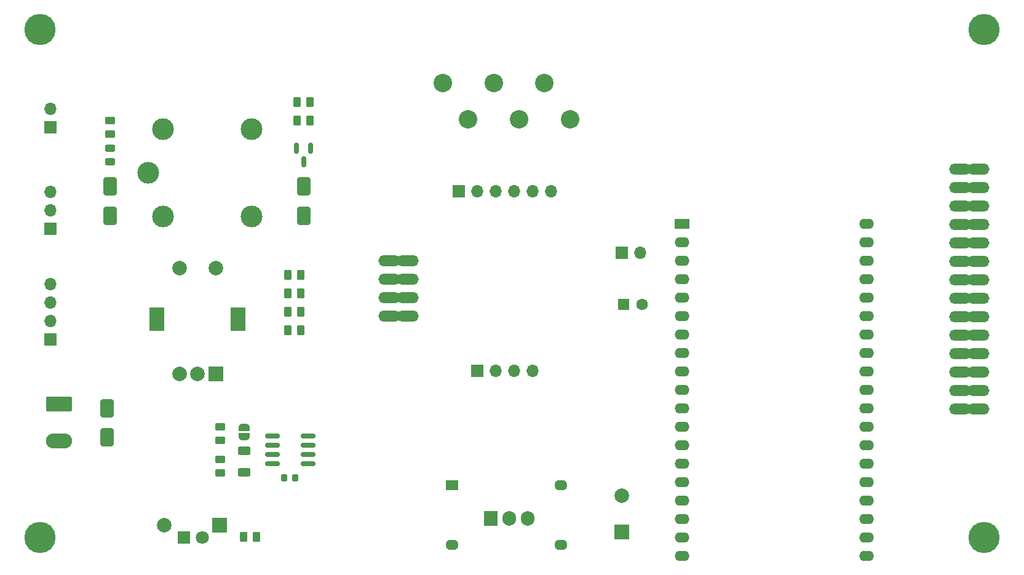
<source format=gbr>
%TF.GenerationSoftware,KiCad,Pcbnew,7.0.1*%
%TF.CreationDate,2025-02-05T10:50:57+01:00*%
%TF.ProjectId,mangiatoia,6d616e67-6961-4746-9f69-612e6b696361,1.1*%
%TF.SameCoordinates,Original*%
%TF.FileFunction,Soldermask,Top*%
%TF.FilePolarity,Negative*%
%FSLAX46Y46*%
G04 Gerber Fmt 4.6, Leading zero omitted, Abs format (unit mm)*
G04 Created by KiCad (PCBNEW 7.0.1) date 2025-02-05 10:50:57*
%MOMM*%
%LPD*%
G01*
G04 APERTURE LIST*
G04 Aperture macros list*
%AMRoundRect*
0 Rectangle with rounded corners*
0 $1 Rounding radius*
0 $2 $3 $4 $5 $6 $7 $8 $9 X,Y pos of 4 corners*
0 Add a 4 corners polygon primitive as box body*
4,1,4,$2,$3,$4,$5,$6,$7,$8,$9,$2,$3,0*
0 Add four circle primitives for the rounded corners*
1,1,$1+$1,$2,$3*
1,1,$1+$1,$4,$5*
1,1,$1+$1,$6,$7*
1,1,$1+$1,$8,$9*
0 Add four rect primitives between the rounded corners*
20,1,$1+$1,$2,$3,$4,$5,0*
20,1,$1+$1,$4,$5,$6,$7,0*
20,1,$1+$1,$6,$7,$8,$9,0*
20,1,$1+$1,$8,$9,$2,$3,0*%
%AMFreePoly0*
4,1,19,0.500000,-0.750000,0.000000,-0.750000,0.000000,-0.744911,-0.071157,-0.744911,-0.207708,-0.704816,-0.327430,-0.627875,-0.420627,-0.520320,-0.479746,-0.390866,-0.500000,-0.250000,-0.500000,0.250000,-0.479746,0.390866,-0.420627,0.520320,-0.327430,0.627875,-0.207708,0.704816,-0.071157,0.744911,0.000000,0.744911,0.000000,0.750000,0.500000,0.750000,0.500000,-0.750000,0.500000,-0.750000,
$1*%
%AMFreePoly1*
4,1,19,0.000000,0.744911,0.071157,0.744911,0.207708,0.704816,0.327430,0.627875,0.420627,0.520320,0.479746,0.390866,0.500000,0.250000,0.500000,-0.250000,0.479746,-0.390866,0.420627,-0.520320,0.327430,-0.627875,0.207708,-0.704816,0.071157,-0.744911,0.000000,-0.744911,0.000000,-0.750000,-0.500000,-0.750000,-0.500000,0.750000,0.000000,0.750000,0.000000,0.744911,0.000000,0.744911,
$1*%
G04 Aperture macros list end*
%ADD10R,2.000000X2.000000*%
%ADD11C,2.000000*%
%ADD12R,1.700000X1.700000*%
%ADD13O,1.700000X1.700000*%
%ADD14RoundRect,0.225000X-0.225000X-0.250000X0.225000X-0.250000X0.225000X0.250000X-0.225000X0.250000X0*%
%ADD15C,3.000000*%
%ADD16C,2.540000*%
%ADD17FreePoly0,270.000000*%
%ADD18FreePoly1,270.000000*%
%ADD19RoundRect,0.250000X0.650000X-1.000000X0.650000X1.000000X-0.650000X1.000000X-0.650000X-1.000000X0*%
%ADD20RoundRect,0.243750X-0.456250X0.243750X-0.456250X-0.243750X0.456250X-0.243750X0.456250X0.243750X0*%
%ADD21RoundRect,0.250000X-0.262500X-0.450000X0.262500X-0.450000X0.262500X0.450000X-0.262500X0.450000X0*%
%ADD22RoundRect,0.250000X-0.625000X0.312500X-0.625000X-0.312500X0.625000X-0.312500X0.625000X0.312500X0*%
%ADD23RoundRect,0.250000X-0.450000X0.262500X-0.450000X-0.262500X0.450000X-0.262500X0.450000X0.262500X0*%
%ADD24C,4.300000*%
%ADD25RoundRect,0.250000X0.262500X0.450000X-0.262500X0.450000X-0.262500X-0.450000X0.262500X-0.450000X0*%
%ADD26RoundRect,0.150000X0.825000X0.150000X-0.825000X0.150000X-0.825000X-0.150000X0.825000X-0.150000X0*%
%ADD27R,1.800000X1.400000*%
%ADD28O,1.800000X1.400000*%
%ADD29R,1.600000X1.600000*%
%ADD30C,1.600000*%
%ADD31R,1.905000X2.000000*%
%ADD32O,1.905000X2.000000*%
%ADD33RoundRect,0.150000X-0.150000X0.587500X-0.150000X-0.587500X0.150000X-0.587500X0.150000X0.587500X0*%
%ADD34RoundRect,0.249999X-1.550001X0.790001X-1.550001X-0.790001X1.550001X-0.790001X1.550001X0.790001X0*%
%ADD35O,3.600000X2.080000*%
%ADD36R,2.000000X1.400000*%
%ADD37O,2.000000X1.400000*%
%ADD38O,3.000000X1.500000*%
%ADD39R,2.000000X3.200000*%
%ADD40R,1.800000X1.800000*%
%ADD41C,1.800000*%
G04 APERTURE END LIST*
D10*
%TO.C,BZ1*%
X99748000Y-118364000D03*
D11*
X92148000Y-118364000D03*
%TD*%
D12*
%TO.C,J6*%
X132705000Y-72390000D03*
D13*
X135245000Y-72390000D03*
X137785000Y-72390000D03*
X140325000Y-72390000D03*
X142865000Y-72390000D03*
X145405000Y-72390000D03*
%TD*%
D14*
%TO.C,C3*%
X108635000Y-111855000D03*
X110185000Y-111855000D03*
%TD*%
D15*
%TO.C,K1*%
X89930000Y-69850000D03*
X104130000Y-63850000D03*
X104130000Y-75850000D03*
X91930000Y-75850000D03*
X91930000Y-63850000D03*
%TD*%
D16*
%TO.C,J7*%
X147982000Y-62531000D03*
X144482000Y-57531000D03*
X140982000Y-62531000D03*
X137482000Y-57531000D03*
X133982000Y-62531000D03*
X130482000Y-57531000D03*
%TD*%
D12*
%TO.C,J2*%
X76422500Y-92795000D03*
D13*
X76422500Y-90255000D03*
X76422500Y-87715000D03*
X76422500Y-85175000D03*
%TD*%
D17*
%TO.C,JP2*%
X103125000Y-104916500D03*
D18*
X103125000Y-106216500D03*
%TD*%
D19*
%TO.C,D2*%
X111315000Y-75755000D03*
X111315000Y-71755000D03*
%TD*%
D20*
%TO.C,DL2*%
X84645000Y-66467500D03*
X84645000Y-68342500D03*
%TD*%
D21*
%TO.C,R11*%
X109132500Y-91535000D03*
X110957500Y-91535000D03*
%TD*%
D10*
%TO.C,C2*%
X155130000Y-119302677D03*
D11*
X155130000Y-114302677D03*
%TD*%
D22*
%TO.C,R1*%
X103125000Y-108168000D03*
X103125000Y-111093000D03*
%TD*%
D23*
%TO.C,R2*%
X99823000Y-104846500D03*
X99823000Y-106671500D03*
%TD*%
D21*
%TO.C,R5*%
X103026500Y-120015000D03*
X104851500Y-120015000D03*
%TD*%
D19*
%TO.C,D3*%
X84645000Y-75755000D03*
X84645000Y-71755000D03*
%TD*%
D24*
%TO.C,H4*%
X205030000Y-120095000D03*
%TD*%
D25*
%TO.C,R4*%
X112227500Y-60117500D03*
X110402500Y-60117500D03*
%TD*%
D24*
%TO.C,H1*%
X75030000Y-50095000D03*
%TD*%
D25*
%TO.C,R6*%
X112227500Y-62657500D03*
X110402500Y-62657500D03*
%TD*%
D19*
%TO.C,D1*%
X84254000Y-106267000D03*
X84254000Y-102267000D03*
%TD*%
D21*
%TO.C,R10*%
X109132500Y-88995000D03*
X110957500Y-88995000D03*
%TD*%
%TO.C,R7*%
X109132500Y-83915000D03*
X110957500Y-83915000D03*
%TD*%
D26*
%TO.C,U4*%
X111950000Y-109950000D03*
X111950000Y-108680000D03*
X111950000Y-107410000D03*
X111950000Y-106140000D03*
X107000000Y-106140000D03*
X107000000Y-107410000D03*
X107000000Y-108680000D03*
X107000000Y-109950000D03*
%TD*%
D27*
%TO.C,U3*%
X131755000Y-112903000D03*
D28*
X131755000Y-121103000D03*
X146755000Y-112903000D03*
X146755000Y-121103000D03*
%TD*%
D21*
%TO.C,R9*%
X109132500Y-86455000D03*
X110957500Y-86455000D03*
%TD*%
D12*
%TO.C,J4*%
X76422500Y-63595000D03*
D13*
X76422500Y-61055000D03*
%TD*%
D23*
%TO.C,R8*%
X84645000Y-62682500D03*
X84645000Y-64507500D03*
%TD*%
D29*
%TO.C,C1*%
X155374000Y-88011000D03*
D30*
X157874000Y-88011000D03*
%TD*%
D31*
%TO.C,U5*%
X137086000Y-117475000D03*
D32*
X139626000Y-117475000D03*
X142166000Y-117475000D03*
%TD*%
D24*
%TO.C,H2*%
X205030000Y-50095000D03*
%TD*%
D33*
%TO.C,Q1*%
X112265000Y-66467500D03*
X110365000Y-66467500D03*
X111315000Y-68342500D03*
%TD*%
D12*
%TO.C,J3*%
X76422500Y-77550000D03*
D13*
X76422500Y-75010000D03*
X76422500Y-72470000D03*
%TD*%
D24*
%TO.C,H3*%
X75030000Y-120095000D03*
%TD*%
D34*
%TO.C,J1*%
X77660000Y-101695000D03*
D35*
X77660000Y-106775000D03*
%TD*%
D36*
%TO.C,U1*%
X163385000Y-76930000D03*
D37*
X163385000Y-79470000D03*
X163385000Y-82010000D03*
X163385000Y-84550000D03*
X163385000Y-87090000D03*
X163385000Y-89630000D03*
X163385000Y-92170000D03*
X163385000Y-94710000D03*
X163385000Y-97250000D03*
X163385000Y-99790000D03*
X163385000Y-102330000D03*
X163385000Y-104870000D03*
X163385000Y-107410000D03*
X163385000Y-109950000D03*
X163385000Y-112490000D03*
X163385000Y-115030000D03*
X163385000Y-117570000D03*
X163385000Y-120110000D03*
X163385000Y-122650000D03*
X188781320Y-122647280D03*
X188781320Y-120107280D03*
X188785000Y-117570000D03*
X188785000Y-115030000D03*
X188785000Y-112490000D03*
X188785000Y-109950000D03*
X188785000Y-107410000D03*
X188785000Y-104870000D03*
X188785000Y-102330000D03*
X188785000Y-99790000D03*
X188785000Y-97250000D03*
X188785000Y-94710000D03*
X188785000Y-92170000D03*
X188785000Y-89630000D03*
X188785000Y-87090000D03*
X188785000Y-84550000D03*
X188785000Y-82010000D03*
X188785000Y-79470000D03*
X188785000Y-76930000D03*
%TD*%
D12*
%TO.C,J5*%
X135255000Y-97155000D03*
D13*
X137795000Y-97155000D03*
X140335000Y-97155000D03*
X142875000Y-97155000D03*
%TD*%
D23*
%TO.C,R3*%
X99823000Y-109315000D03*
X99823000Y-111140000D03*
%TD*%
D12*
%TO.C,JP1*%
X155115000Y-80899000D03*
D13*
X157655000Y-80899000D03*
%TD*%
D38*
%TO.C,U2*%
X204246902Y-69320700D03*
X201706902Y-69320700D03*
X204246902Y-71860700D03*
X201706902Y-71860700D03*
X204246902Y-74400700D03*
X201706902Y-74400700D03*
X204246902Y-76940700D03*
X201706902Y-76940700D03*
X204246902Y-79480700D03*
X201706902Y-79480700D03*
X204246902Y-82020700D03*
X201706902Y-82020700D03*
X204246902Y-84560700D03*
X201706902Y-84560700D03*
X204246902Y-87100700D03*
X201706902Y-87100700D03*
X204246902Y-89640700D03*
X201706902Y-89640700D03*
X204246902Y-92180700D03*
X201706902Y-92180700D03*
X204246902Y-94720700D03*
X201706902Y-94720700D03*
X204246902Y-97260700D03*
X201706902Y-97260700D03*
X204246902Y-99800700D03*
X201706902Y-99800700D03*
X204246902Y-102340700D03*
X201706902Y-102340700D03*
X125626902Y-82010700D03*
X123086902Y-82010700D03*
X125626902Y-84550700D03*
X123086902Y-84550700D03*
X125626902Y-87090700D03*
X123086902Y-87090700D03*
X125626902Y-89630700D03*
X123086902Y-89630700D03*
%TD*%
D10*
%TO.C,ENC1*%
X99210000Y-97515000D03*
D11*
X94210000Y-97515000D03*
X96710000Y-97515000D03*
D39*
X91110000Y-90015000D03*
X102310000Y-90015000D03*
D11*
X94210000Y-83015000D03*
X99210000Y-83015000D03*
%TD*%
D40*
%TO.C,DL1*%
X94805000Y-120095000D03*
D41*
X97345000Y-120095000D03*
%TD*%
M02*

</source>
